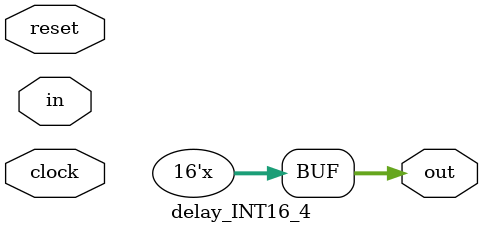
<source format=v>
module delay_INT16_4(

    clock,
    reset,
    in,
    out);

input [15:0] in;
output [15:0] out;
input clock;
input reset;
wire [15:0] in;
wire [15:0] out;
reg [15:0] state_0;
reg [15:0] state_1;
reg [15:0] state_2;
always @(posedge clock) begin
state_0 <= {in};
state_1 <= {state_0[14:0], state_0[15]};
state_2 <= {state_1[14:0], state_1[15]};
end
assign out = state_3[15:0];
endmodule //delay_INT16_4

</source>
